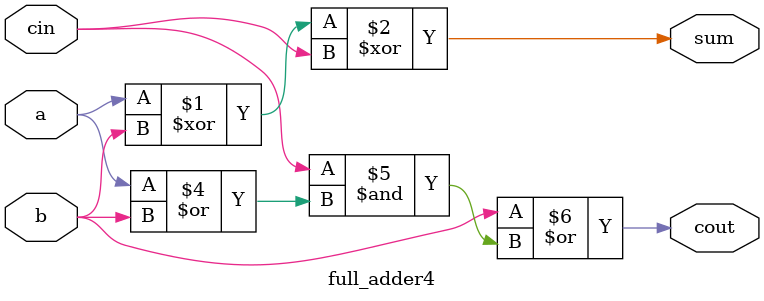
<source format=v>
module full_adder4(a,b,cin,sum,cout);
input a,b,cin;
output sum,cout;
assign sum = a^b^cin;
assign cout = 1'b1&b|cin&(a|b); 
// initial begin
//     $display("The incorrect adder with and0 having in1/1");
// end   
endmodule
</source>
